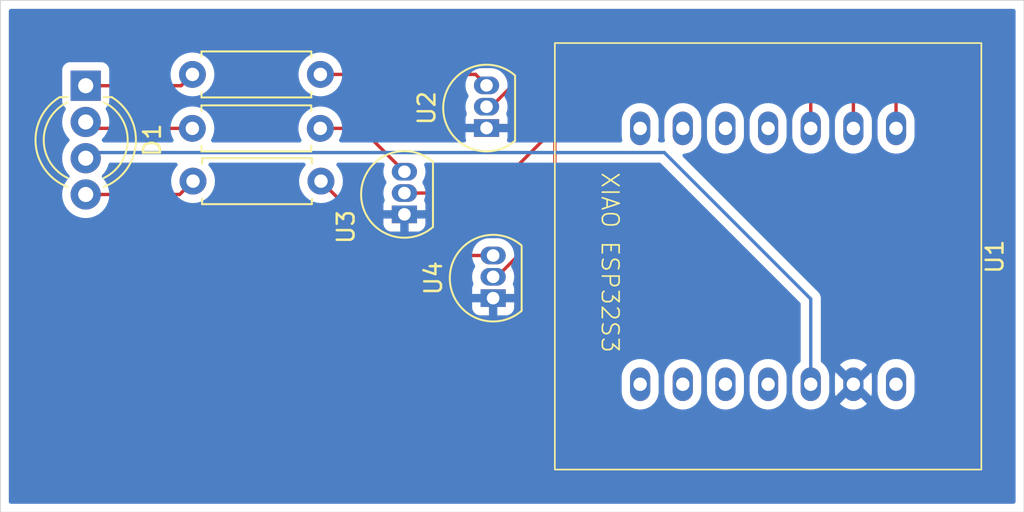
<source format=kicad_pcb>
(kicad_pcb (version 20221018) (generator pcbnew)
  (title_block (title "FlockOff Schematic") (date "2025-10-29") (rev "A") (company "Mattydyne Heavy Industries"))
  (layers (0 "F.Cu" signal) (31 "B.Cu" signal) (34 "B.Paste" user) (35 "F.Paste" user) (36 "B.SilkS" user "B.Silkscreen") (37 "F.SilkS" user "F.Silkscreen") (38 "B.Mask" user) (39 "F.Mask" user) (44 "Edge.Cuts" user))
  (net 0 "")
  (net 1 "Net-(D1-BK)")
  (net 2 "Net-(D1-GK)")
  (net 3 "+3.3V")
  (net 4 "Net-(D1-RK)")
  (net 5 "Net-(U2-D)")
  (net 6 "Net-(U3-D)")
  (net 7 "Net-(U4-D)")
  (net 13 "GND")
  (net 15 "/COMM_LED_R")
  (net 16 "/COMM_LED_G")
  (net 17 "/COMM_LED_B")
  (footprint "Package_TO_SOT_THT:TO-92L_Inline" (layer "F.Cu") (at 115.310802 60.939916 90)
    (fp_text reference "U2" (at 1.19 -3.56 90) (layer "F.SilkS"))
    (fp_text value "~")
    (fp_line (start -0.75 1.7) (end 3.1 1.7) (stroke (width 0.12)) (layer "F.SilkS"))
    (fp_arc (start -0.75 1.7) (mid 1.183448 -2.579449) (end 3.138611 1.690122) (stroke (width 0.12)) (layer "F.SilkS"))
    (pad "1" thru_hole rect (at 0 0 90) (size 1.05 1.5) (drill 0.75) (layers "*.Cu" "*.Mask") (net 13 "GND"))
    (pad "2" thru_hole oval (at 1.27 0 90) (size 1.05 1.5) (drill 0.75) (layers "*.Cu" "*.Mask") (net 15 "/COMM_LED_R"))
    (pad "3" thru_hole oval (at 2.54 0 90) (size 1.05 1.5) (drill 0.75) (layers "*.Cu" "*.Mask") (net 5 "Net-(U2-D)"))
  )
  (footprint "LED_THT:LED_D5.0mm-4_RGB_Wide_Pins" (layer "F.Cu") (at 91.44 58.42 -90)
    (fp_text reference "D1" (at 3.2385 -3.96 90) (layer "F.SilkS"))
    (fp_text value "GPS_LED")
    (fp_line (start 0.6785 -1.545) (end 0.6785 -1.08) (stroke (width 0.12)) (layer "F.SilkS"))
    (fp_line (start 0.6785 1.08) (end 0.6785 1.545) (stroke (width 0.12)) (layer "F.SilkS"))
    (fp_arc (start 0.6785 -1.54483) (mid 3.496956 -2.978809) (end 6.026315 -1.080827) (stroke (width 0.12)) (layer "F.SilkS"))
    (fp_arc (start 0.983816 -1.08) (mid 3.238262 -2.5) (end 5.492979 -1.080429) (stroke (width 0.12)) (layer "F.SilkS"))
    (fp_arc (start 5.492979 1.080429) (mid 3.238262 2.5) (end 0.983816 1.08) (stroke (width 0.12)) (layer "F.SilkS"))
    (fp_arc (start 6.026315 1.080827) (mid 3.496956 2.978808) (end 0.6785 1.54483) (stroke (width 0.12)) (layer "F.SilkS"))
    (pad "1" thru_hole rect (at 0 0 270) (size 1.8 1.8) (drill 0.9) (layers "*.Cu" "*.Mask") (net 1 "Net-(D1-BK)"))
    (pad "2" thru_hole circle (at 2.159 0 270) (size 1.8 1.8) (drill 0.9) (layers "*.Cu" "*.Mask") (net 2 "Net-(D1-GK)"))
    (pad "3" thru_hole circle (at 4.318 0 270) (size 1.8 1.8) (drill 0.9) (layers "*.Cu" "*.Mask") (net 3 "+3.3V"))
    (pad "4" thru_hole circle (at 6.477 0 270) (size 1.8 1.8) (drill 0.9) (layers "*.Cu" "*.Mask") (net 4 "Net-(D1-RK)"))
  )
  (footprint "Resistor_THT:R_Axial_DIN0207_L6.3mm_D2.5mm_P7.62mm_Horizontal" (layer "F.Cu") (at 105.450899 64.102984 180)
    (fp_text reference "R3" hide)
    (fp_text value "10 Ohm" hide)
    (fp_line (start 0.54 -1.37) (end 7.08 -1.37) (stroke (width 0.12)) (layer "F.SilkS"))
    (fp_line (start 0.54 -1.04) (end 0.54 -1.37) (stroke (width 0.12)) (layer "F.SilkS"))
    (fp_line (start 0.54 1.04) (end 0.54 1.37) (stroke (width 0.12)) (layer "F.SilkS"))
    (fp_line (start 0.54 1.37) (end 7.08 1.37) (stroke (width 0.12)) (layer "F.SilkS"))
    (fp_line (start 7.08 -1.37) (end 7.08 -1.04) (stroke (width 0.12)) (layer "F.SilkS"))
    (fp_line (start 7.08 1.37) (end 7.08 1.04) (stroke (width 0.12)) (layer "F.SilkS"))
    (pad "1" thru_hole circle (at 0 0 180) (size 1.6 1.6) (drill 0.8) (layers "*.Cu" "*.Mask") (net 7 "Net-(U4-D)"))
    (pad "2" thru_hole oval (at 7.62 0 180) (size 1.6 1.6) (drill 0.8) (layers "*.Cu" "*.Mask") (net 4 "Net-(D1-RK)"))
  )
  (footprint "Package_TO_SOT_THT:TO-92L_Inline" (layer "F.Cu") (at 110.421006 66.08214 90)
    (fp_text reference "U3" (at -0.747995 -3.486267 90) (layer "F.SilkS"))
    (fp_text value "~")
    (fp_line (start -0.75 1.7) (end 3.1 1.7) (stroke (width 0.12)) (layer "F.SilkS"))
    (fp_arc (start -0.75 1.7) (mid 1.183448 -2.579449) (end 3.138611 1.690122) (stroke (width 0.12)) (layer "F.SilkS"))
    (pad "1" thru_hole rect (at 0 0 90) (size 1.05 1.5) (drill 0.75) (layers "*.Cu" "*.Mask") (net 13 "GND"))
    (pad "2" thru_hole oval (at 1.27 0 90) (size 1.05 1.5) (drill 0.75) (layers "*.Cu" "*.Mask") (net 16 "/COMM_LED_G"))
    (pad "3" thru_hole oval (at 2.54 0 90) (size 1.05 1.5) (drill 0.75) (layers "*.Cu" "*.Mask") (net 6 "Net-(U3-D)"))
  )
  (footprint "Resistor_THT:R_Axial_DIN0207_L6.3mm_D2.5mm_P7.62mm_Horizontal" (layer "F.Cu") (at 105.415782 57.746781 180)
    (fp_text reference "R1" hide)
    (fp_text value "47 Ohm" hide)
    (fp_line (start 0.54 -1.37) (end 7.08 -1.37) (stroke (width 0.12)) (layer "F.SilkS"))
    (fp_line (start 0.54 -1.04) (end 0.54 -1.37) (stroke (width 0.12)) (layer "F.SilkS"))
    (fp_line (start 0.54 1.04) (end 0.54 1.37) (stroke (width 0.12)) (layer "F.SilkS"))
    (fp_line (start 0.54 1.37) (end 7.08 1.37) (stroke (width 0.12)) (layer "F.SilkS"))
    (fp_line (start 7.08 -1.37) (end 7.08 -1.04) (stroke (width 0.12)) (layer "F.SilkS"))
    (fp_line (start 7.08 1.37) (end 7.08 1.04) (stroke (width 0.12)) (layer "F.SilkS"))
    (pad "1" thru_hole circle (at 0 0 180) (size 1.6 1.6) (drill 0.8) (layers "*.Cu" "*.Mask") (net 5 "Net-(U2-D)"))
    (pad "2" thru_hole oval (at 7.62 0 180) (size 1.6 1.6) (drill 0.8) (layers "*.Cu" "*.Mask") (net 1 "Net-(D1-BK)"))
  )
  (footprint "Resistor_THT:R_Axial_DIN0207_L6.3mm_D2.5mm_P7.62mm_Horizontal" (layer "F.Cu") (at 105.41 60.96 180)
    (fp_text reference "R2" hide)
    (fp_text value "10 Ohm" hide)
    (fp_line (start 0.54 -1.37) (end 7.08 -1.37) (stroke (width 0.12)) (layer "F.SilkS"))
    (fp_line (start 0.54 -1.04) (end 0.54 -1.37) (stroke (width 0.12)) (layer "F.SilkS"))
    (fp_line (start 0.54 1.04) (end 0.54 1.37) (stroke (width 0.12)) (layer "F.SilkS"))
    (fp_line (start 0.54 1.37) (end 7.08 1.37) (stroke (width 0.12)) (layer "F.SilkS"))
    (fp_line (start 7.08 -1.37) (end 7.08 -1.04) (stroke (width 0.12)) (layer "F.SilkS"))
    (fp_line (start 7.08 1.37) (end 7.08 1.04) (stroke (width 0.12)) (layer "F.SilkS"))
    (pad "1" thru_hole circle (at 0 0 180) (size 1.6 1.6) (drill 0.8) (layers "*.Cu" "*.Mask") (net 6 "Net-(U3-D)"))
    (pad "2" thru_hole oval (at 7.62 0 180) (size 1.6 1.6) (drill 0.8) (layers "*.Cu" "*.Mask") (net 2 "Net-(D1-GK)"))
  )
  (footprint "Package_TO_SOT_THT:TO-92L_Inline" (layer "F.Cu") (at 115.704024 71.070406 90)
    (fp_text reference "U4" (at 1.19 -3.56 90) (layer "F.SilkS"))
    (fp_text value "~")
    (fp_line (start -0.75 1.7) (end 3.1 1.7) (stroke (width 0.12)) (layer "F.SilkS"))
    (fp_arc (start -0.75 1.7) (mid 1.183448 -2.579449) (end 3.138611 1.690122) (stroke (width 0.12)) (layer "F.SilkS"))
    (pad "1" thru_hole rect (at 0 0 90) (size 1.05 1.5) (drill 0.75) (layers "*.Cu" "*.Mask") (net 13 "GND"))
    (pad "2" thru_hole oval (at 1.27 0 90) (size 1.05 1.5) (drill 0.75) (layers "*.Cu" "*.Mask") (net 17 "/COMM_LED_B"))
    (pad "3" thru_hole oval (at 2.54 0 90) (size 1.05 1.5) (drill 0.75) (layers "*.Cu" "*.Mask") (net 7 "Net-(U4-D)"))
  )
  (footprint "FlockOff:XIAO_ESP32S3" (layer "F.Cu") (at 132.08 68.58 -90)
    (fp_text reference "U1" (at 0.020322 -13.502432 90) (layer "F.SilkS"))
    (fp_text value "~" hide)
    (fp_text user "XIAO ESP32S3" (at -5.08 10 -90 unlocked) (layer "F.SilkS") (effects (font (thickness 0.1)) (justify left bottom)))
    (fp_rect (start -12.7 -12.7) (end 12.7 12.7) (stroke (width 0.1)) (fill none) (layer "F.SilkS"))
    (pad "1" thru_hole oval (at -7.62 -7.62 180) (size 1.2 2) (drill 0.8) (layers "*.Cu" "*.Mask") (net 15 "/COMM_LED_R"))
    (pad "2" thru_hole oval (at -7.62 -5.08 180) (size 1.2 2) (drill 0.8) (layers "*.Cu" "*.Mask") (net 16 "/COMM_LED_G"))
    (pad "3" thru_hole oval (at -7.62 -2.54 180) (size 1.2 2) (drill 0.8) (layers "*.Cu" "*.Mask") (net 17 "/COMM_LED_B"))
    (pad "4" thru_hole oval (at -7.62 0 180) (size 1.2 2) (drill 0.8) (layers "*.Cu" "*.Mask"))
    (pad "5" thru_hole oval (at -7.62 2.54 180) (size 1.2 2) (drill 0.8) (layers "*.Cu" "*.Mask"))
    (pad "6" thru_hole oval (at -7.62 5.08 180) (size 1.2 2) (drill 0.8) (layers "*.Cu" "*.Mask"))
    (pad "7" thru_hole oval (at -7.62 7.62 180) (size 1.2 2) (drill 0.8) (layers "*.Cu" "*.Mask"))
    (pad "8" thru_hole oval (at 7.62 7.62 180) (size 1.2 2) (drill 0.8) (layers "*.Cu" "*.Mask"))
    (pad "9" thru_hole oval (at 7.62 5.08 180) (size 1.2 2) (drill 0.8) (layers "*.Cu" "*.Mask"))
    (pad "10" thru_hole oval (at 7.62 2.54 180) (size 1.2 2) (drill 0.8) (layers "*.Cu" "*.Mask"))
    (pad "11" thru_hole oval (at 7.62 0 180) (size 1.2 2) (drill 0.8) (layers "*.Cu" "*.Mask"))
    (pad "12" thru_hole oval (at 7.62 -2.54 180) (size 1.2 2) (drill 0.8) (layers "*.Cu" "*.Mask") (net 3 "+3.3V"))
    (pad "13" thru_hole oval (at 7.62 -5.08 180) (size 1.2 2) (drill 0.8) (layers "*.Cu" "*.Mask") (net 13 "GND"))
    (pad "14" thru_hole oval (at 7.62 -7.62 180) (size 1.2 2) (drill 0.8) (layers "*.Cu" "*.Mask"))
  )
  (gr_rect (start 86.36 53.34) (end 147.32 83.82) (stroke (width 0.05)) (fill none) (layer "Edge.Cuts"))
  (segment (start 97.122563 58.42) (end 97.795782 57.746781) (width 0.2) (layer "F.Cu") (net 1))
  (segment (start 91.44 58.42) (end 97.122563 58.42) (width 0.2) (layer "F.Cu") (net 1))
  (segment (start 91.821 60.96) (end 91.44 60.579) (width 0.2) (layer "F.Cu") (net 2))
  (segment (start 97.79 60.96) (end 91.821 60.96) (width 0.2) (layer "F.Cu") (net 2))
  (segment (start 125.9 62.4) (end 134.62 71.12) (width 0.2) (layer "B.Cu") (net 3))
  (segment (start 91.44 62.738) (end 91.778 62.4) (width 0.2) (layer "B.Cu") (net 3))
  (segment (start 91.778 62.4) (end 125.9 62.4) (width 0.2) (layer "B.Cu") (net 3))
  (segment (start 134.62 71.12) (end 134.62 76.2) (width 0.2) (layer "B.Cu") (net 3))
  (segment (start 91.44 64.897) (end 97.036883 64.897) (width 0.2) (layer "F.Cu") (net 4))
  (segment (start 97.036883 64.897) (end 97.830899 64.102984) (width 0.2) (layer "F.Cu") (net 4))
  (segment (start 114.657667 57.746781) (end 115.310802 58.399916) (width 0.2) (layer "F.Cu") (net 5))
  (segment (start 105.415782 57.746781) (end 114.657667 57.746781) (width 0.2) (layer "F.Cu") (net 5))
  (segment (start 107.838866 60.96) (end 110.421006 63.54214) (width 0.2) (layer "F.Cu") (net 6))
  (segment (start 105.41 60.96) (end 107.838866 60.96) (width 0.2) (layer "F.Cu") (net 6))
  (segment (start 109.878321 68.530406) (end 115.704024 68.530406) (width 0.2) (layer "F.Cu") (net 7))
  (segment (start 105.450899 64.102984) (end 109.878321 68.530406) (width 0.2) (layer "F.Cu") (net 7))
  (segment (start 115.590084 59.669916) (end 115.310802 59.669916) (width 0.2) (layer "F.Cu") (net 15))
  (segment (start 137.16 55.88) (end 119.38 55.88) (width 0.2) (layer "F.Cu") (net 15))
  (segment (start 139.7 60.96) (end 139.7 58.42) (width 0.2) (layer "F.Cu") (net 15))
  (segment (start 139.7 58.42) (end 137.16 55.88) (width 0.2) (layer "F.Cu") (net 15))
  (segment (start 119.38 55.88) (end 115.590084 59.669916) (width 0.2) (layer "F.Cu") (net 15))
  (segment (start 137.16 58.82) (end 134.62 56.28) (width 0.2) (layer "F.Cu") (net 16))
  (segment (start 137.16 60.96) (end 137.16 58.82) (width 0.2) (layer "F.Cu") (net 16))
  (segment (start 118.98 61.36) (end 115.52786 64.81214) (width 0.2) (layer "F.Cu") (net 16))
  (segment (start 118.98 60.794315) (end 118.98 61.36) (width 0.2) (layer "F.Cu") (net 16))
  (segment (start 123.494314 56.28) (end 118.98 60.794315) (width 0.2) (layer "F.Cu") (net 16))
  (segment (start 115.52786 64.81214) (end 110.421006 64.81214) (width 0.2) (layer "F.Cu") (net 16))
  (segment (start 134.62 56.28) (end 123.494314 56.28) (width 0.2) (layer "F.Cu") (net 16))
  (segment (start 119.38 66.34943) (end 115.929024 69.800406) (width 0.2) (layer "F.Cu") (net 17))
  (segment (start 115.929024 69.800406) (end 115.704024 69.800406) (width 0.2) (layer "F.Cu") (net 17))
  (segment (start 123.66 56.68) (end 119.38 60.96) (width 0.2) (layer "F.Cu") (net 17))
  (segment (start 134.62 59.22) (end 132.08 56.68) (width 0.2) (layer "F.Cu") (net 17))
  (segment (start 134.62 60.96) (end 134.62 59.22) (width 0.2) (layer "F.Cu") (net 17))
  (segment (start 119.38 60.96) (end 119.38 66.34943) (width 0.2) (layer "F.Cu") (net 17))
  (segment (start 132.08 56.68) (end 123.66 56.68) (width 0.2) (layer "F.Cu") (net 17))
  (zone (net 13) (net_name "GND") (layer "B.Cu") (connect_pads (clearance 0.5)) (min_thickness 0.25) (fill yes (thermal_gap 0.5) (thermal_bridge_width 0.5))
    (polygon (pts (xy 86.36 53.34) (xy 147.32 53.34) (xy 147.32 83.82) (xy 86.36 83.82)))
  )
)
</source>
